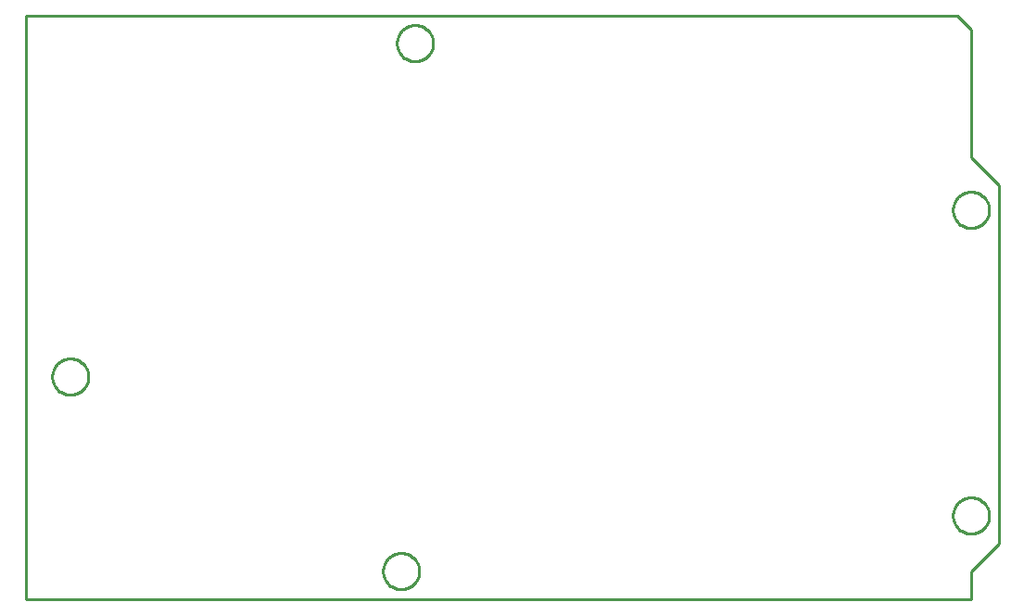
<source format=gbr>
G04 EAGLE Gerber X2 export*
%TF.Part,Single*%
%TF.FileFunction,Profile,NP*%
%TF.FilePolarity,Positive*%
%TF.GenerationSoftware,Autodesk,EAGLE,8.7.0*%
%TF.CreationDate,2018-03-15T14:00:46Z*%
G75*
%MOMM*%
%FSLAX34Y34*%
%LPD*%
%AMOC8*
5,1,8,0,0,1.08239X$1,22.5*%
G01*
%ADD10C,0.254000*%


D10*
X-25400Y0D02*
X838200Y0D01*
X838200Y25400D01*
X863600Y50800D01*
X863600Y378460D01*
X838200Y403860D01*
X838200Y520700D01*
X825500Y533400D01*
X-25400Y533400D01*
X-25400Y0D01*
X334010Y24860D02*
X333939Y23781D01*
X333798Y22709D01*
X333587Y21649D01*
X333308Y20605D01*
X332960Y19581D01*
X332546Y18583D01*
X332068Y17613D01*
X331528Y16677D01*
X330927Y15778D01*
X330269Y14921D01*
X329557Y14108D01*
X328792Y13344D01*
X327979Y12631D01*
X327122Y11973D01*
X326223Y11372D01*
X325287Y10832D01*
X324317Y10354D01*
X323319Y9940D01*
X322295Y9592D01*
X321251Y9313D01*
X320191Y9102D01*
X319119Y8961D01*
X318040Y8890D01*
X316960Y8890D01*
X315881Y8961D01*
X314809Y9102D01*
X313749Y9313D01*
X312705Y9592D01*
X311681Y9940D01*
X310683Y10354D01*
X309713Y10832D01*
X308777Y11372D01*
X307878Y11973D01*
X307021Y12631D01*
X306208Y13344D01*
X305444Y14108D01*
X304731Y14921D01*
X304073Y15778D01*
X303472Y16677D01*
X302932Y17613D01*
X302454Y18583D01*
X302040Y19581D01*
X301692Y20605D01*
X301413Y21649D01*
X301202Y22709D01*
X301061Y23781D01*
X300990Y24860D01*
X300990Y25940D01*
X301061Y27019D01*
X301202Y28091D01*
X301413Y29151D01*
X301692Y30195D01*
X302040Y31219D01*
X302454Y32217D01*
X302932Y33187D01*
X303472Y34123D01*
X304073Y35022D01*
X304731Y35879D01*
X305444Y36692D01*
X306208Y37457D01*
X307021Y38169D01*
X307878Y38827D01*
X308777Y39428D01*
X309713Y39968D01*
X310683Y40446D01*
X311681Y40860D01*
X312705Y41208D01*
X313749Y41487D01*
X314809Y41698D01*
X315881Y41839D01*
X316960Y41910D01*
X318040Y41910D01*
X319119Y41839D01*
X320191Y41698D01*
X321251Y41487D01*
X322295Y41208D01*
X323319Y40860D01*
X324317Y40446D01*
X325287Y39968D01*
X326223Y39428D01*
X327122Y38827D01*
X327979Y38169D01*
X328792Y37457D01*
X329557Y36692D01*
X330269Y35879D01*
X330927Y35022D01*
X331528Y34123D01*
X332068Y33187D01*
X332546Y32217D01*
X332960Y31219D01*
X333308Y30195D01*
X333587Y29151D01*
X333798Y28091D01*
X333939Y27019D01*
X334010Y25940D01*
X334010Y24860D01*
X854710Y75660D02*
X854639Y74581D01*
X854498Y73509D01*
X854287Y72449D01*
X854008Y71405D01*
X853660Y70381D01*
X853246Y69383D01*
X852768Y68413D01*
X852228Y67477D01*
X851627Y66578D01*
X850969Y65721D01*
X850257Y64908D01*
X849492Y64144D01*
X848679Y63431D01*
X847822Y62773D01*
X846923Y62172D01*
X845987Y61632D01*
X845017Y61154D01*
X844019Y60740D01*
X842995Y60392D01*
X841951Y60113D01*
X840891Y59902D01*
X839819Y59761D01*
X838740Y59690D01*
X837660Y59690D01*
X836581Y59761D01*
X835509Y59902D01*
X834449Y60113D01*
X833405Y60392D01*
X832381Y60740D01*
X831383Y61154D01*
X830413Y61632D01*
X829477Y62172D01*
X828578Y62773D01*
X827721Y63431D01*
X826908Y64144D01*
X826144Y64908D01*
X825431Y65721D01*
X824773Y66578D01*
X824172Y67477D01*
X823632Y68413D01*
X823154Y69383D01*
X822740Y70381D01*
X822392Y71405D01*
X822113Y72449D01*
X821902Y73509D01*
X821761Y74581D01*
X821690Y75660D01*
X821690Y76740D01*
X821761Y77819D01*
X821902Y78891D01*
X822113Y79951D01*
X822392Y80995D01*
X822740Y82019D01*
X823154Y83017D01*
X823632Y83987D01*
X824172Y84923D01*
X824773Y85822D01*
X825431Y86679D01*
X826144Y87492D01*
X826908Y88257D01*
X827721Y88969D01*
X828578Y89627D01*
X829477Y90228D01*
X830413Y90768D01*
X831383Y91246D01*
X832381Y91660D01*
X833405Y92008D01*
X834449Y92287D01*
X835509Y92498D01*
X836581Y92639D01*
X837660Y92710D01*
X838740Y92710D01*
X839819Y92639D01*
X840891Y92498D01*
X841951Y92287D01*
X842995Y92008D01*
X844019Y91660D01*
X845017Y91246D01*
X845987Y90768D01*
X846923Y90228D01*
X847822Y89627D01*
X848679Y88969D01*
X849492Y88257D01*
X850257Y87492D01*
X850969Y86679D01*
X851627Y85822D01*
X852228Y84923D01*
X852768Y83987D01*
X853246Y83017D01*
X853660Y82019D01*
X854008Y80995D01*
X854287Y79951D01*
X854498Y78891D01*
X854639Y77819D01*
X854710Y76740D01*
X854710Y75660D01*
X854710Y355060D02*
X854639Y353981D01*
X854498Y352909D01*
X854287Y351849D01*
X854008Y350805D01*
X853660Y349781D01*
X853246Y348783D01*
X852768Y347813D01*
X852228Y346877D01*
X851627Y345978D01*
X850969Y345121D01*
X850257Y344308D01*
X849492Y343544D01*
X848679Y342831D01*
X847822Y342173D01*
X846923Y341572D01*
X845987Y341032D01*
X845017Y340554D01*
X844019Y340140D01*
X842995Y339792D01*
X841951Y339513D01*
X840891Y339302D01*
X839819Y339161D01*
X838740Y339090D01*
X837660Y339090D01*
X836581Y339161D01*
X835509Y339302D01*
X834449Y339513D01*
X833405Y339792D01*
X832381Y340140D01*
X831383Y340554D01*
X830413Y341032D01*
X829477Y341572D01*
X828578Y342173D01*
X827721Y342831D01*
X826908Y343544D01*
X826144Y344308D01*
X825431Y345121D01*
X824773Y345978D01*
X824172Y346877D01*
X823632Y347813D01*
X823154Y348783D01*
X822740Y349781D01*
X822392Y350805D01*
X822113Y351849D01*
X821902Y352909D01*
X821761Y353981D01*
X821690Y355060D01*
X821690Y356140D01*
X821761Y357219D01*
X821902Y358291D01*
X822113Y359351D01*
X822392Y360395D01*
X822740Y361419D01*
X823154Y362417D01*
X823632Y363387D01*
X824172Y364323D01*
X824773Y365222D01*
X825431Y366079D01*
X826144Y366892D01*
X826908Y367657D01*
X827721Y368369D01*
X828578Y369027D01*
X829477Y369628D01*
X830413Y370168D01*
X831383Y370646D01*
X832381Y371060D01*
X833405Y371408D01*
X834449Y371687D01*
X835509Y371898D01*
X836581Y372039D01*
X837660Y372110D01*
X838740Y372110D01*
X839819Y372039D01*
X840891Y371898D01*
X841951Y371687D01*
X842995Y371408D01*
X844019Y371060D01*
X845017Y370646D01*
X845987Y370168D01*
X846923Y369628D01*
X847822Y369027D01*
X848679Y368369D01*
X849492Y367657D01*
X850257Y366892D01*
X850969Y366079D01*
X851627Y365222D01*
X852228Y364323D01*
X852768Y363387D01*
X853246Y362417D01*
X853660Y361419D01*
X854008Y360395D01*
X854287Y359351D01*
X854498Y358291D01*
X854639Y357219D01*
X854710Y356140D01*
X854710Y355060D01*
X346710Y507460D02*
X346639Y506381D01*
X346498Y505309D01*
X346287Y504249D01*
X346008Y503205D01*
X345660Y502181D01*
X345246Y501183D01*
X344768Y500213D01*
X344228Y499277D01*
X343627Y498378D01*
X342969Y497521D01*
X342257Y496708D01*
X341492Y495944D01*
X340679Y495231D01*
X339822Y494573D01*
X338923Y493972D01*
X337987Y493432D01*
X337017Y492954D01*
X336019Y492540D01*
X334995Y492192D01*
X333951Y491913D01*
X332891Y491702D01*
X331819Y491561D01*
X330740Y491490D01*
X329660Y491490D01*
X328581Y491561D01*
X327509Y491702D01*
X326449Y491913D01*
X325405Y492192D01*
X324381Y492540D01*
X323383Y492954D01*
X322413Y493432D01*
X321477Y493972D01*
X320578Y494573D01*
X319721Y495231D01*
X318908Y495944D01*
X318144Y496708D01*
X317431Y497521D01*
X316773Y498378D01*
X316172Y499277D01*
X315632Y500213D01*
X315154Y501183D01*
X314740Y502181D01*
X314392Y503205D01*
X314113Y504249D01*
X313902Y505309D01*
X313761Y506381D01*
X313690Y507460D01*
X313690Y508540D01*
X313761Y509619D01*
X313902Y510691D01*
X314113Y511751D01*
X314392Y512795D01*
X314740Y513819D01*
X315154Y514817D01*
X315632Y515787D01*
X316172Y516723D01*
X316773Y517622D01*
X317431Y518479D01*
X318144Y519292D01*
X318908Y520057D01*
X319721Y520769D01*
X320578Y521427D01*
X321477Y522028D01*
X322413Y522568D01*
X323383Y523046D01*
X324381Y523460D01*
X325405Y523808D01*
X326449Y524087D01*
X327509Y524298D01*
X328581Y524439D01*
X329660Y524510D01*
X330740Y524510D01*
X331819Y524439D01*
X332891Y524298D01*
X333951Y524087D01*
X334995Y523808D01*
X336019Y523460D01*
X337017Y523046D01*
X337987Y522568D01*
X338923Y522028D01*
X339822Y521427D01*
X340679Y520769D01*
X341492Y520057D01*
X342257Y519292D01*
X342969Y518479D01*
X343627Y517622D01*
X344228Y516723D01*
X344768Y515787D01*
X345246Y514817D01*
X345660Y513819D01*
X346008Y512795D01*
X346287Y511751D01*
X346498Y510691D01*
X346639Y509619D01*
X346710Y508540D01*
X346710Y507460D01*
X15780Y219710D02*
X16859Y219639D01*
X17931Y219498D01*
X18991Y219287D01*
X20035Y219008D01*
X21059Y218660D01*
X22057Y218246D01*
X23027Y217768D01*
X23963Y217228D01*
X24862Y216627D01*
X25719Y215969D01*
X26532Y215257D01*
X27297Y214492D01*
X28009Y213679D01*
X28667Y212822D01*
X29268Y211923D01*
X29808Y210987D01*
X30286Y210017D01*
X30700Y209019D01*
X31048Y207995D01*
X31327Y206951D01*
X31538Y205891D01*
X31679Y204819D01*
X31750Y203740D01*
X31750Y202660D01*
X31679Y201581D01*
X31538Y200509D01*
X31327Y199449D01*
X31048Y198405D01*
X30700Y197381D01*
X30286Y196383D01*
X29808Y195413D01*
X29268Y194477D01*
X28667Y193578D01*
X28009Y192721D01*
X27297Y191908D01*
X26532Y191144D01*
X25719Y190431D01*
X24862Y189773D01*
X23963Y189172D01*
X23027Y188632D01*
X22057Y188154D01*
X21059Y187740D01*
X20035Y187392D01*
X18991Y187113D01*
X17931Y186902D01*
X16859Y186761D01*
X15780Y186690D01*
X14700Y186690D01*
X13621Y186761D01*
X12549Y186902D01*
X11489Y187113D01*
X10445Y187392D01*
X9421Y187740D01*
X8423Y188154D01*
X7453Y188632D01*
X6517Y189172D01*
X5618Y189773D01*
X4761Y190431D01*
X3948Y191144D01*
X3184Y191908D01*
X2471Y192721D01*
X1813Y193578D01*
X1212Y194477D01*
X672Y195413D01*
X194Y196383D01*
X-220Y197381D01*
X-568Y198405D01*
X-847Y199449D01*
X-1058Y200509D01*
X-1199Y201581D01*
X-1270Y202660D01*
X-1270Y203740D01*
X-1199Y204819D01*
X-1058Y205891D01*
X-847Y206951D01*
X-568Y207995D01*
X-220Y209019D01*
X194Y210017D01*
X672Y210987D01*
X1212Y211923D01*
X1813Y212822D01*
X2471Y213679D01*
X3184Y214492D01*
X3948Y215257D01*
X4761Y215969D01*
X5618Y216627D01*
X6517Y217228D01*
X7453Y217768D01*
X8423Y218246D01*
X9421Y218660D01*
X10445Y219008D01*
X11489Y219287D01*
X12549Y219498D01*
X13621Y219639D01*
X14700Y219710D01*
X15780Y219710D01*
M02*

</source>
